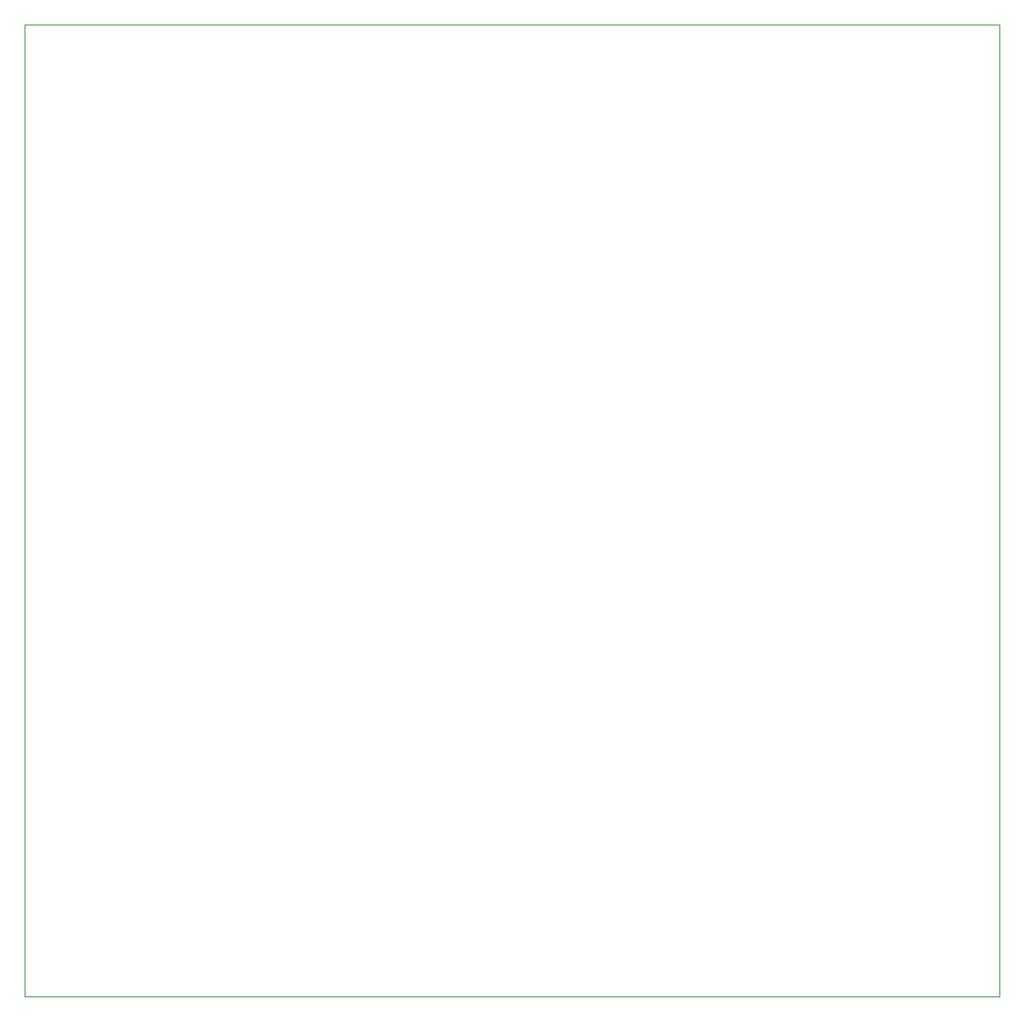
<source format=gbr>
G04*
G04 #@! TF.GenerationSoftware,Altium Limited,Altium Designer,23.8.1 (32)*
G04*
G04 Layer_Color=0*
%FSLAX44Y44*%
%MOMM*%
G71*
G04*
G04 #@! TF.SameCoordinates,791A3C29-9ABF-4AEA-8B0B-0D467164B87E*
G04*
G04*
G04 #@! TF.FilePolarity,Positive*
G04*
G01*
G75*
%ADD45C,0.0254*%
D45*
X972051Y-2039D02*
X-2039D01*
Y969511D01*
X972051D01*
Y-2039D01*
M02*

</source>
